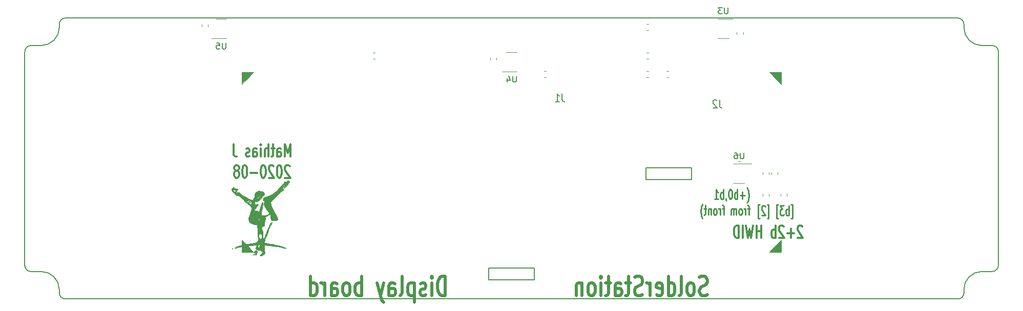
<source format=gbr>
%TF.GenerationSoftware,KiCad,Pcbnew,5.1.9-73d0e3b20d~88~ubuntu18.04.1*%
%TF.CreationDate,2021-01-03T17:57:53+01:00*%
%TF.ProjectId,ss_frontpanel_inner_plate,73735f66-726f-46e7-9470-616e656c5f69,rev?*%
%TF.SameCoordinates,Original*%
%TF.FileFunction,Legend,Bot*%
%TF.FilePolarity,Positive*%
%FSLAX46Y46*%
G04 Gerber Fmt 4.6, Leading zero omitted, Abs format (unit mm)*
G04 Created by KiCad (PCBNEW 5.1.9-73d0e3b20d~88~ubuntu18.04.1) date 2021-01-03 17:57:53*
%MOMM*%
%LPD*%
G01*
G04 APERTURE LIST*
%ADD10C,0.350000*%
%ADD11C,0.500000*%
%ADD12C,0.250000*%
%ADD13C,0.300000*%
%ADD14C,0.150000*%
%ADD15C,0.100000*%
%ADD16C,0.120000*%
%ADD17C,0.010000*%
%ADD18C,0.200000*%
G04 APERTURE END LIST*
D10*
X113483333Y-74200000D02*
X113483333Y-72100000D01*
X113016666Y-73600000D01*
X112550000Y-72100000D01*
X112550000Y-74200000D01*
X111283333Y-74200000D02*
X111283333Y-73100000D01*
X111350000Y-72900000D01*
X111483333Y-72800000D01*
X111750000Y-72800000D01*
X111883333Y-72900000D01*
X111283333Y-74100000D02*
X111416666Y-74200000D01*
X111750000Y-74200000D01*
X111883333Y-74100000D01*
X111950000Y-73900000D01*
X111950000Y-73700000D01*
X111883333Y-73500000D01*
X111750000Y-73400000D01*
X111416666Y-73400000D01*
X111283333Y-73300000D01*
X110816666Y-72800000D02*
X110283333Y-72800000D01*
X110616666Y-72100000D02*
X110616666Y-73900000D01*
X110550000Y-74100000D01*
X110416666Y-74200000D01*
X110283333Y-74200000D01*
X109816666Y-74200000D02*
X109816666Y-72100000D01*
X109216666Y-74200000D02*
X109216666Y-73100000D01*
X109283333Y-72900000D01*
X109416666Y-72800000D01*
X109616666Y-72800000D01*
X109750000Y-72900000D01*
X109816666Y-73000000D01*
X108550000Y-74200000D02*
X108550000Y-72800000D01*
X108550000Y-72100000D02*
X108616666Y-72200000D01*
X108550000Y-72300000D01*
X108483333Y-72200000D01*
X108550000Y-72100000D01*
X108550000Y-72300000D01*
X107283333Y-74200000D02*
X107283333Y-73100000D01*
X107350000Y-72900000D01*
X107483333Y-72800000D01*
X107750000Y-72800000D01*
X107883333Y-72900000D01*
X107283333Y-74100000D02*
X107416666Y-74200000D01*
X107750000Y-74200000D01*
X107883333Y-74100000D01*
X107950000Y-73900000D01*
X107950000Y-73700000D01*
X107883333Y-73500000D01*
X107750000Y-73400000D01*
X107416666Y-73400000D01*
X107283333Y-73300000D01*
X106683333Y-74100000D02*
X106550000Y-74200000D01*
X106283333Y-74200000D01*
X106150000Y-74100000D01*
X106083333Y-73900000D01*
X106083333Y-73800000D01*
X106150000Y-73600000D01*
X106283333Y-73500000D01*
X106483333Y-73500000D01*
X106616666Y-73400000D01*
X106683333Y-73200000D01*
X106683333Y-73100000D01*
X106616666Y-72900000D01*
X106483333Y-72800000D01*
X106283333Y-72800000D01*
X106150000Y-72900000D01*
X104016666Y-72100000D02*
X104016666Y-73600000D01*
X104083333Y-73900000D01*
X104216666Y-74100000D01*
X104416666Y-74200000D01*
X104550000Y-74200000D01*
X113350000Y-75800000D02*
X113283333Y-75700000D01*
X113150000Y-75600000D01*
X112816666Y-75600000D01*
X112683333Y-75700000D01*
X112616666Y-75800000D01*
X112550000Y-76000000D01*
X112550000Y-76200000D01*
X112616666Y-76500000D01*
X113416666Y-77700000D01*
X112550000Y-77700000D01*
X111683333Y-75600000D02*
X111550000Y-75600000D01*
X111416666Y-75700000D01*
X111350000Y-75800000D01*
X111283333Y-76000000D01*
X111216666Y-76400000D01*
X111216666Y-76900000D01*
X111283333Y-77300000D01*
X111350000Y-77500000D01*
X111416666Y-77600000D01*
X111550000Y-77700000D01*
X111683333Y-77700000D01*
X111816666Y-77600000D01*
X111883333Y-77500000D01*
X111950000Y-77300000D01*
X112016666Y-76900000D01*
X112016666Y-76400000D01*
X111950000Y-76000000D01*
X111883333Y-75800000D01*
X111816666Y-75700000D01*
X111683333Y-75600000D01*
X110683333Y-75800000D02*
X110616666Y-75700000D01*
X110483333Y-75600000D01*
X110150000Y-75600000D01*
X110016666Y-75700000D01*
X109950000Y-75800000D01*
X109883333Y-76000000D01*
X109883333Y-76200000D01*
X109950000Y-76500000D01*
X110750000Y-77700000D01*
X109883333Y-77700000D01*
X109016666Y-75600000D02*
X108883333Y-75600000D01*
X108750000Y-75700000D01*
X108683333Y-75800000D01*
X108616666Y-76000000D01*
X108550000Y-76400000D01*
X108550000Y-76900000D01*
X108616666Y-77300000D01*
X108683333Y-77500000D01*
X108750000Y-77600000D01*
X108883333Y-77700000D01*
X109016666Y-77700000D01*
X109150000Y-77600000D01*
X109216666Y-77500000D01*
X109283333Y-77300000D01*
X109350000Y-76900000D01*
X109350000Y-76400000D01*
X109283333Y-76000000D01*
X109216666Y-75800000D01*
X109150000Y-75700000D01*
X109016666Y-75600000D01*
X107950000Y-76900000D02*
X106883333Y-76900000D01*
X105950000Y-75600000D02*
X105816666Y-75600000D01*
X105683333Y-75700000D01*
X105616666Y-75800000D01*
X105550000Y-76000000D01*
X105483333Y-76400000D01*
X105483333Y-76900000D01*
X105550000Y-77300000D01*
X105616666Y-77500000D01*
X105683333Y-77600000D01*
X105816666Y-77700000D01*
X105950000Y-77700000D01*
X106083333Y-77600000D01*
X106150000Y-77500000D01*
X106216666Y-77300000D01*
X106283333Y-76900000D01*
X106283333Y-76400000D01*
X106216666Y-76000000D01*
X106150000Y-75800000D01*
X106083333Y-75700000D01*
X105950000Y-75600000D01*
X104683333Y-76500000D02*
X104816666Y-76400000D01*
X104883333Y-76300000D01*
X104950000Y-76100000D01*
X104950000Y-76000000D01*
X104883333Y-75800000D01*
X104816666Y-75700000D01*
X104683333Y-75600000D01*
X104416666Y-75600000D01*
X104283333Y-75700000D01*
X104216666Y-75800000D01*
X104150000Y-76000000D01*
X104150000Y-76100000D01*
X104216666Y-76300000D01*
X104283333Y-76400000D01*
X104416666Y-76500000D01*
X104683333Y-76500000D01*
X104816666Y-76600000D01*
X104883333Y-76700000D01*
X104950000Y-76900000D01*
X104950000Y-77300000D01*
X104883333Y-77500000D01*
X104816666Y-77600000D01*
X104683333Y-77700000D01*
X104416666Y-77700000D01*
X104283333Y-77600000D01*
X104216666Y-77500000D01*
X104150000Y-77300000D01*
X104150000Y-76900000D01*
X104216666Y-76700000D01*
X104283333Y-76600000D01*
X104416666Y-76500000D01*
D11*
X182339285Y-97045238D02*
X182017857Y-97197619D01*
X181482142Y-97197619D01*
X181267857Y-97045238D01*
X181160714Y-96892857D01*
X181053571Y-96588095D01*
X181053571Y-96283333D01*
X181160714Y-95978571D01*
X181267857Y-95826190D01*
X181482142Y-95673809D01*
X181910714Y-95521428D01*
X182125000Y-95369047D01*
X182232142Y-95216666D01*
X182339285Y-94911904D01*
X182339285Y-94607142D01*
X182232142Y-94302380D01*
X182125000Y-94150000D01*
X181910714Y-93997619D01*
X181375000Y-93997619D01*
X181053571Y-94150000D01*
X179767857Y-97197619D02*
X179982142Y-97045238D01*
X180089285Y-96892857D01*
X180196428Y-96588095D01*
X180196428Y-95673809D01*
X180089285Y-95369047D01*
X179982142Y-95216666D01*
X179767857Y-95064285D01*
X179446428Y-95064285D01*
X179232142Y-95216666D01*
X179125000Y-95369047D01*
X179017857Y-95673809D01*
X179017857Y-96588095D01*
X179125000Y-96892857D01*
X179232142Y-97045238D01*
X179446428Y-97197619D01*
X179767857Y-97197619D01*
X177732142Y-97197619D02*
X177946428Y-97045238D01*
X178053571Y-96740476D01*
X178053571Y-93997619D01*
X175910714Y-97197619D02*
X175910714Y-93997619D01*
X175910714Y-97045238D02*
X176125000Y-97197619D01*
X176553571Y-97197619D01*
X176767857Y-97045238D01*
X176875000Y-96892857D01*
X176982142Y-96588095D01*
X176982142Y-95673809D01*
X176875000Y-95369047D01*
X176767857Y-95216666D01*
X176553571Y-95064285D01*
X176125000Y-95064285D01*
X175910714Y-95216666D01*
X173982142Y-97045238D02*
X174196428Y-97197619D01*
X174625000Y-97197619D01*
X174839285Y-97045238D01*
X174946428Y-96740476D01*
X174946428Y-95521428D01*
X174839285Y-95216666D01*
X174625000Y-95064285D01*
X174196428Y-95064285D01*
X173982142Y-95216666D01*
X173875000Y-95521428D01*
X173875000Y-95826190D01*
X174946428Y-96130952D01*
X172910714Y-97197619D02*
X172910714Y-95064285D01*
X172910714Y-95673809D02*
X172803571Y-95369047D01*
X172696428Y-95216666D01*
X172482142Y-95064285D01*
X172267857Y-95064285D01*
X171625000Y-97045238D02*
X171303571Y-97197619D01*
X170767857Y-97197619D01*
X170553571Y-97045238D01*
X170446428Y-96892857D01*
X170339285Y-96588095D01*
X170339285Y-96283333D01*
X170446428Y-95978571D01*
X170553571Y-95826190D01*
X170767857Y-95673809D01*
X171196428Y-95521428D01*
X171410714Y-95369047D01*
X171517857Y-95216666D01*
X171625000Y-94911904D01*
X171625000Y-94607142D01*
X171517857Y-94302380D01*
X171410714Y-94150000D01*
X171196428Y-93997619D01*
X170660714Y-93997619D01*
X170339285Y-94150000D01*
X169696428Y-95064285D02*
X168839285Y-95064285D01*
X169375000Y-93997619D02*
X169375000Y-96740476D01*
X169267857Y-97045238D01*
X169053571Y-97197619D01*
X168839285Y-97197619D01*
X167125000Y-97197619D02*
X167125000Y-95521428D01*
X167232142Y-95216666D01*
X167446428Y-95064285D01*
X167875000Y-95064285D01*
X168089285Y-95216666D01*
X167125000Y-97045238D02*
X167339285Y-97197619D01*
X167875000Y-97197619D01*
X168089285Y-97045238D01*
X168196428Y-96740476D01*
X168196428Y-96435714D01*
X168089285Y-96130952D01*
X167875000Y-95978571D01*
X167339285Y-95978571D01*
X167125000Y-95826190D01*
X166375000Y-95064285D02*
X165517857Y-95064285D01*
X166053571Y-93997619D02*
X166053571Y-96740476D01*
X165946428Y-97045238D01*
X165732142Y-97197619D01*
X165517857Y-97197619D01*
X164767857Y-97197619D02*
X164767857Y-95064285D01*
X164767857Y-93997619D02*
X164875000Y-94150000D01*
X164767857Y-94302380D01*
X164660714Y-94150000D01*
X164767857Y-93997619D01*
X164767857Y-94302380D01*
X163375000Y-97197619D02*
X163589285Y-97045238D01*
X163696428Y-96892857D01*
X163803571Y-96588095D01*
X163803571Y-95673809D01*
X163696428Y-95369047D01*
X163589285Y-95216666D01*
X163375000Y-95064285D01*
X163053571Y-95064285D01*
X162839285Y-95216666D01*
X162732142Y-95369047D01*
X162625000Y-95673809D01*
X162625000Y-96588095D01*
X162732142Y-96892857D01*
X162839285Y-97045238D01*
X163053571Y-97197619D01*
X163375000Y-97197619D01*
X161660714Y-95064285D02*
X161660714Y-97197619D01*
X161660714Y-95369047D02*
X161553571Y-95216666D01*
X161339285Y-95064285D01*
X161017857Y-95064285D01*
X160803571Y-95216666D01*
X160696428Y-95521428D01*
X160696428Y-97197619D01*
X139053571Y-97197619D02*
X139053571Y-93997619D01*
X138517857Y-93997619D01*
X138196428Y-94150000D01*
X137982142Y-94454761D01*
X137875000Y-94759523D01*
X137767857Y-95369047D01*
X137767857Y-95826190D01*
X137875000Y-96435714D01*
X137982142Y-96740476D01*
X138196428Y-97045238D01*
X138517857Y-97197619D01*
X139053571Y-97197619D01*
X136803571Y-97197619D02*
X136803571Y-95064285D01*
X136803571Y-93997619D02*
X136910714Y-94150000D01*
X136803571Y-94302380D01*
X136696428Y-94150000D01*
X136803571Y-93997619D01*
X136803571Y-94302380D01*
X135839285Y-97045238D02*
X135625000Y-97197619D01*
X135196428Y-97197619D01*
X134982142Y-97045238D01*
X134875000Y-96740476D01*
X134875000Y-96588095D01*
X134982142Y-96283333D01*
X135196428Y-96130952D01*
X135517857Y-96130952D01*
X135732142Y-95978571D01*
X135839285Y-95673809D01*
X135839285Y-95521428D01*
X135732142Y-95216666D01*
X135517857Y-95064285D01*
X135196428Y-95064285D01*
X134982142Y-95216666D01*
X133910714Y-95064285D02*
X133910714Y-98264285D01*
X133910714Y-95216666D02*
X133696428Y-95064285D01*
X133267857Y-95064285D01*
X133053571Y-95216666D01*
X132946428Y-95369047D01*
X132839285Y-95673809D01*
X132839285Y-96588095D01*
X132946428Y-96892857D01*
X133053571Y-97045238D01*
X133267857Y-97197619D01*
X133696428Y-97197619D01*
X133910714Y-97045238D01*
X131553571Y-97197619D02*
X131767857Y-97045238D01*
X131875000Y-96740476D01*
X131875000Y-93997619D01*
X129732142Y-97197619D02*
X129732142Y-95521428D01*
X129839285Y-95216666D01*
X130053571Y-95064285D01*
X130482142Y-95064285D01*
X130696428Y-95216666D01*
X129732142Y-97045238D02*
X129946428Y-97197619D01*
X130482142Y-97197619D01*
X130696428Y-97045238D01*
X130803571Y-96740476D01*
X130803571Y-96435714D01*
X130696428Y-96130952D01*
X130482142Y-95978571D01*
X129946428Y-95978571D01*
X129732142Y-95826190D01*
X128875000Y-95064285D02*
X128339285Y-97197619D01*
X127803571Y-95064285D02*
X128339285Y-97197619D01*
X128553571Y-97959523D01*
X128660714Y-98111904D01*
X128875000Y-98264285D01*
X125232142Y-97197619D02*
X125232142Y-93997619D01*
X125232142Y-95216666D02*
X125017857Y-95064285D01*
X124589285Y-95064285D01*
X124375000Y-95216666D01*
X124267857Y-95369047D01*
X124160714Y-95673809D01*
X124160714Y-96588095D01*
X124267857Y-96892857D01*
X124375000Y-97045238D01*
X124589285Y-97197619D01*
X125017857Y-97197619D01*
X125232142Y-97045238D01*
X122875000Y-97197619D02*
X123089285Y-97045238D01*
X123196428Y-96892857D01*
X123303571Y-96588095D01*
X123303571Y-95673809D01*
X123196428Y-95369047D01*
X123089285Y-95216666D01*
X122875000Y-95064285D01*
X122553571Y-95064285D01*
X122339285Y-95216666D01*
X122232142Y-95369047D01*
X122125000Y-95673809D01*
X122125000Y-96588095D01*
X122232142Y-96892857D01*
X122339285Y-97045238D01*
X122553571Y-97197619D01*
X122875000Y-97197619D01*
X120196428Y-97197619D02*
X120196428Y-95521428D01*
X120303571Y-95216666D01*
X120517857Y-95064285D01*
X120946428Y-95064285D01*
X121160714Y-95216666D01*
X120196428Y-97045238D02*
X120410714Y-97197619D01*
X120946428Y-97197619D01*
X121160714Y-97045238D01*
X121267857Y-96740476D01*
X121267857Y-96435714D01*
X121160714Y-96130952D01*
X120946428Y-95978571D01*
X120410714Y-95978571D01*
X120196428Y-95826190D01*
X119125000Y-97197619D02*
X119125000Y-95064285D01*
X119125000Y-95673809D02*
X119017857Y-95369047D01*
X118910714Y-95216666D01*
X118696428Y-95064285D01*
X118482142Y-95064285D01*
X116767857Y-97197619D02*
X116767857Y-93997619D01*
X116767857Y-97045238D02*
X116982142Y-97197619D01*
X117410714Y-97197619D01*
X117625000Y-97045238D01*
X117732142Y-96892857D01*
X117839285Y-96588095D01*
X117839285Y-95673809D01*
X117732142Y-95369047D01*
X117625000Y-95216666D01*
X117410714Y-95064285D01*
X116982142Y-95064285D01*
X116767857Y-95216666D01*
D12*
X188923809Y-81808333D02*
X188971428Y-81732142D01*
X189066666Y-81503571D01*
X189114285Y-81351190D01*
X189161904Y-81122619D01*
X189209523Y-80741666D01*
X189209523Y-80436904D01*
X189161904Y-80055952D01*
X189114285Y-79827380D01*
X189066666Y-79675000D01*
X188971428Y-79446428D01*
X188923809Y-79370238D01*
X188542857Y-80589285D02*
X187780952Y-80589285D01*
X188161904Y-81198809D02*
X188161904Y-79979761D01*
X187304761Y-81198809D02*
X187304761Y-79598809D01*
X187304761Y-80208333D02*
X187209523Y-80132142D01*
X187019047Y-80132142D01*
X186923809Y-80208333D01*
X186876190Y-80284523D01*
X186828571Y-80436904D01*
X186828571Y-80894047D01*
X186876190Y-81046428D01*
X186923809Y-81122619D01*
X187019047Y-81198809D01*
X187209523Y-81198809D01*
X187304761Y-81122619D01*
X186209523Y-79598809D02*
X186114285Y-79598809D01*
X186019047Y-79675000D01*
X185971428Y-79751190D01*
X185923809Y-79903571D01*
X185876190Y-80208333D01*
X185876190Y-80589285D01*
X185923809Y-80894047D01*
X185971428Y-81046428D01*
X186019047Y-81122619D01*
X186114285Y-81198809D01*
X186209523Y-81198809D01*
X186304761Y-81122619D01*
X186352380Y-81046428D01*
X186400000Y-80894047D01*
X186447619Y-80589285D01*
X186447619Y-80208333D01*
X186400000Y-79903571D01*
X186352380Y-79751190D01*
X186304761Y-79675000D01*
X186209523Y-79598809D01*
X185400000Y-81122619D02*
X185400000Y-81198809D01*
X185447619Y-81351190D01*
X185495238Y-81427380D01*
X184971428Y-81198809D02*
X184971428Y-79598809D01*
X184971428Y-80208333D02*
X184876190Y-80132142D01*
X184685714Y-80132142D01*
X184590476Y-80208333D01*
X184542857Y-80284523D01*
X184495238Y-80436904D01*
X184495238Y-80894047D01*
X184542857Y-81046428D01*
X184590476Y-81122619D01*
X184685714Y-81198809D01*
X184876190Y-81198809D01*
X184971428Y-81122619D01*
X183542857Y-81198809D02*
X184114285Y-81198809D01*
X183828571Y-81198809D02*
X183828571Y-79598809D01*
X183923809Y-79827380D01*
X184019047Y-79979761D01*
X184114285Y-80055952D01*
X189376190Y-82782142D02*
X188995238Y-82782142D01*
X189233333Y-83848809D02*
X189233333Y-82477380D01*
X189185714Y-82325000D01*
X189090476Y-82248809D01*
X188995238Y-82248809D01*
X188661904Y-83848809D02*
X188661904Y-82782142D01*
X188661904Y-83086904D02*
X188614285Y-82934523D01*
X188566666Y-82858333D01*
X188471428Y-82782142D01*
X188376190Y-82782142D01*
X187900000Y-83848809D02*
X187995238Y-83772619D01*
X188042857Y-83696428D01*
X188090476Y-83544047D01*
X188090476Y-83086904D01*
X188042857Y-82934523D01*
X187995238Y-82858333D01*
X187900000Y-82782142D01*
X187757142Y-82782142D01*
X187661904Y-82858333D01*
X187614285Y-82934523D01*
X187566666Y-83086904D01*
X187566666Y-83544047D01*
X187614285Y-83696428D01*
X187661904Y-83772619D01*
X187757142Y-83848809D01*
X187900000Y-83848809D01*
X187138095Y-83848809D02*
X187138095Y-82782142D01*
X187138095Y-82934523D02*
X187090476Y-82858333D01*
X186995238Y-82782142D01*
X186852380Y-82782142D01*
X186757142Y-82858333D01*
X186709523Y-83010714D01*
X186709523Y-83848809D01*
X186709523Y-83010714D02*
X186661904Y-82858333D01*
X186566666Y-82782142D01*
X186423809Y-82782142D01*
X186328571Y-82858333D01*
X186280952Y-83010714D01*
X186280952Y-83848809D01*
X185185714Y-82782142D02*
X184804761Y-82782142D01*
X185042857Y-83848809D02*
X185042857Y-82477380D01*
X184995238Y-82325000D01*
X184900000Y-82248809D01*
X184804761Y-82248809D01*
X184471428Y-83848809D02*
X184471428Y-82782142D01*
X184471428Y-83086904D02*
X184423809Y-82934523D01*
X184376190Y-82858333D01*
X184280952Y-82782142D01*
X184185714Y-82782142D01*
X183709523Y-83848809D02*
X183804761Y-83772619D01*
X183852380Y-83696428D01*
X183900000Y-83544047D01*
X183900000Y-83086904D01*
X183852380Y-82934523D01*
X183804761Y-82858333D01*
X183709523Y-82782142D01*
X183566666Y-82782142D01*
X183471428Y-82858333D01*
X183423809Y-82934523D01*
X183376190Y-83086904D01*
X183376190Y-83544047D01*
X183423809Y-83696428D01*
X183471428Y-83772619D01*
X183566666Y-83848809D01*
X183709523Y-83848809D01*
X182947619Y-82782142D02*
X182947619Y-83848809D01*
X182947619Y-82934523D02*
X182900000Y-82858333D01*
X182804761Y-82782142D01*
X182661904Y-82782142D01*
X182566666Y-82858333D01*
X182519047Y-83010714D01*
X182519047Y-83848809D01*
X182185714Y-82782142D02*
X181804761Y-82782142D01*
X182042857Y-82248809D02*
X182042857Y-83620238D01*
X181995238Y-83772619D01*
X181900000Y-83848809D01*
X181804761Y-83848809D01*
X181566666Y-84458333D02*
X181519047Y-84382142D01*
X181423809Y-84153571D01*
X181376190Y-84001190D01*
X181328571Y-83772619D01*
X181280952Y-83391666D01*
X181280952Y-83086904D01*
X181328571Y-82705952D01*
X181376190Y-82477380D01*
X181423809Y-82325000D01*
X181519047Y-82096428D01*
X181566666Y-82020238D01*
X196195238Y-84457142D02*
X196433333Y-84457142D01*
X196433333Y-82171428D01*
X196195238Y-82171428D01*
X195814285Y-83923809D02*
X195814285Y-82323809D01*
X195814285Y-82933333D02*
X195719047Y-82857142D01*
X195528571Y-82857142D01*
X195433333Y-82933333D01*
X195385714Y-83009523D01*
X195338095Y-83161904D01*
X195338095Y-83619047D01*
X195385714Y-83771428D01*
X195433333Y-83847619D01*
X195528571Y-83923809D01*
X195719047Y-83923809D01*
X195814285Y-83847619D01*
X195004761Y-82323809D02*
X194385714Y-82323809D01*
X194719047Y-82933333D01*
X194576190Y-82933333D01*
X194480952Y-83009523D01*
X194433333Y-83085714D01*
X194385714Y-83238095D01*
X194385714Y-83619047D01*
X194433333Y-83771428D01*
X194480952Y-83847619D01*
X194576190Y-83923809D01*
X194861904Y-83923809D01*
X194957142Y-83847619D01*
X195004761Y-83771428D01*
X194052380Y-84457142D02*
X193814285Y-84457142D01*
X193814285Y-82171428D01*
X194052380Y-82171428D01*
X192242857Y-84457142D02*
X192480952Y-84457142D01*
X192480952Y-82171428D01*
X192242857Y-82171428D01*
X191909523Y-82476190D02*
X191861904Y-82400000D01*
X191766666Y-82323809D01*
X191528571Y-82323809D01*
X191433333Y-82400000D01*
X191385714Y-82476190D01*
X191338095Y-82628571D01*
X191338095Y-82780952D01*
X191385714Y-83009523D01*
X191957142Y-83923809D01*
X191338095Y-83923809D01*
X191004761Y-84457142D02*
X190766666Y-84457142D01*
X190766666Y-82171428D01*
X191004761Y-82171428D01*
D13*
X198066666Y-85795238D02*
X198000000Y-85700000D01*
X197866666Y-85604761D01*
X197533333Y-85604761D01*
X197400000Y-85700000D01*
X197333333Y-85795238D01*
X197266666Y-85985714D01*
X197266666Y-86176190D01*
X197333333Y-86461904D01*
X198133333Y-87604761D01*
X197266666Y-87604761D01*
X196666666Y-86842857D02*
X195600000Y-86842857D01*
X196133333Y-87604761D02*
X196133333Y-86080952D01*
X195000000Y-85795238D02*
X194933333Y-85700000D01*
X194800000Y-85604761D01*
X194466666Y-85604761D01*
X194333333Y-85700000D01*
X194266666Y-85795238D01*
X194200000Y-85985714D01*
X194200000Y-86176190D01*
X194266666Y-86461904D01*
X195066666Y-87604761D01*
X194200000Y-87604761D01*
X193600000Y-87604761D02*
X193600000Y-85604761D01*
X193600000Y-86366666D02*
X193466666Y-86271428D01*
X193200000Y-86271428D01*
X193066666Y-86366666D01*
X193000000Y-86461904D01*
X192933333Y-86652380D01*
X192933333Y-87223809D01*
X193000000Y-87414285D01*
X193066666Y-87509523D01*
X193200000Y-87604761D01*
X193466666Y-87604761D01*
X193600000Y-87509523D01*
X191266666Y-87604761D02*
X191266666Y-85604761D01*
X191266666Y-86557142D02*
X190466666Y-86557142D01*
X190466666Y-87604761D02*
X190466666Y-85604761D01*
X189933333Y-85604761D02*
X189600000Y-87604761D01*
X189333333Y-86176190D01*
X189066666Y-87604761D01*
X188733333Y-85604761D01*
X188200000Y-87604761D02*
X188200000Y-85604761D01*
X187533333Y-87604761D02*
X187533333Y-85604761D01*
X187200000Y-85604761D01*
X187000000Y-85700000D01*
X186866666Y-85890476D01*
X186800000Y-86080952D01*
X186733333Y-86461904D01*
X186733333Y-86747619D01*
X186800000Y-87128571D01*
X186866666Y-87319047D01*
X187000000Y-87509523D01*
X187200000Y-87604761D01*
X187533333Y-87604761D01*
D14*
X75250000Y-52800000D02*
G75*
G02*
X72250000Y-55800000I-3000000J0D01*
G01*
X152750000Y-97750000D02*
X223750000Y-97750000D01*
X69550000Y-56800000D02*
G75*
G02*
X70550000Y-55800000I1000000J0D01*
G01*
X76250000Y-97750001D02*
X147250000Y-97750000D01*
X224750000Y-52800000D02*
X224750000Y-52250000D01*
X229450000Y-55800000D02*
X227750000Y-55800000D01*
X147250001Y-51250001D02*
X76250000Y-51250000D01*
X227750000Y-93200000D02*
X229450000Y-93200000D01*
X76250000Y-97750001D02*
G75*
G02*
X75250000Y-96750001I0J1000000D01*
G01*
X75250000Y-52250000D02*
G75*
G02*
X76250000Y-51250000I1000000J0D01*
G01*
X223750000Y-51250000D02*
X152750000Y-51250001D01*
X69550000Y-56800000D02*
X69550000Y-92200000D01*
X224750000Y-96200000D02*
G75*
G02*
X227750000Y-93200000I3000000J0D01*
G01*
X227750000Y-55800000D02*
G75*
G02*
X224750000Y-52800000I0J3000000D01*
G01*
X70550000Y-93200000D02*
G75*
G02*
X69550000Y-92200000I0J1000000D01*
G01*
X75250000Y-96200001D02*
X75250000Y-96750001D01*
X230450000Y-92200000D02*
X230450000Y-56800000D01*
X224750000Y-96750000D02*
X224750000Y-96200001D01*
X230450000Y-92200000D02*
G75*
G02*
X229450000Y-93200000I-1000000J0D01*
G01*
X152750000Y-51250001D02*
X147250001Y-51250001D01*
X223750000Y-51250000D02*
G75*
G02*
X224750000Y-52250000I0J-1000000D01*
G01*
X75250000Y-52250000D02*
X75250000Y-52800000D01*
X224750000Y-96750000D02*
G75*
G02*
X223750000Y-97750000I-1000000J0D01*
G01*
X72250000Y-55800000D02*
X70550000Y-55800000D01*
X72250000Y-93200001D02*
G75*
G02*
X75250000Y-96200001I0J-3000000D01*
G01*
X70550000Y-93200000D02*
X72250000Y-93200000D01*
X229450000Y-55800000D02*
G75*
G02*
X230450000Y-56800000I0J-1000000D01*
G01*
X147250000Y-97750000D02*
X152750000Y-97750000D01*
D15*
%TO.C,OLED1*%
G36*
X192600000Y-90000000D02*
G01*
X194600000Y-90000000D01*
X194600000Y-88000000D01*
X192600000Y-90000000D01*
G37*
X192600000Y-90000000D02*
X194600000Y-90000000D01*
X194600000Y-88000000D01*
X192600000Y-90000000D01*
G36*
X194600000Y-62200000D02*
G01*
X194600000Y-60200000D01*
X192600000Y-60200000D01*
X194600000Y-62200000D01*
G37*
X194600000Y-62200000D02*
X194600000Y-60200000D01*
X192600000Y-60200000D01*
X194600000Y-62200000D01*
G36*
X107400000Y-60200000D02*
G01*
X105400000Y-60200000D01*
X105400000Y-62200000D01*
X107400000Y-60200000D01*
G37*
X107400000Y-60200000D02*
X105400000Y-60200000D01*
X105400000Y-62200000D01*
X107400000Y-60200000D01*
G36*
X105400000Y-88000000D02*
G01*
X105400000Y-90000000D01*
X107400000Y-90000000D01*
X105400000Y-88000000D01*
G37*
X105400000Y-88000000D02*
X105400000Y-90000000D01*
X107400000Y-90000000D01*
X105400000Y-88000000D01*
D16*
%TO.C,C13*%
X187437221Y-74910000D02*
X187762779Y-74910000D01*
X187437221Y-73890000D02*
X187762779Y-73890000D01*
%TO.C,U6*%
X188500000Y-78610000D02*
X186700000Y-78610000D01*
X186700000Y-75390000D02*
X189650000Y-75390000D01*
D17*
%TO.C,Logo4*%
G36*
X106633773Y-81650487D02*
G01*
X106706241Y-81743866D01*
X106813023Y-81824123D01*
X106786376Y-81696866D01*
X106777335Y-81672772D01*
X106676727Y-81517255D01*
X106619528Y-81516139D01*
X106633773Y-81650487D01*
G37*
X106633773Y-81650487D02*
X106706241Y-81743866D01*
X106813023Y-81824123D01*
X106786376Y-81696866D01*
X106777335Y-81672772D01*
X106676727Y-81517255D01*
X106619528Y-81516139D01*
X106633773Y-81650487D01*
G36*
X103801000Y-89393500D02*
G01*
X103864500Y-89457000D01*
X103928000Y-89393500D01*
X103864500Y-89330000D01*
X103801000Y-89393500D01*
G37*
X103801000Y-89393500D02*
X103864500Y-89457000D01*
X103928000Y-89393500D01*
X103864500Y-89330000D01*
X103801000Y-89393500D01*
G36*
X107542288Y-89799403D02*
G01*
X107503760Y-89853554D01*
X107420313Y-90055201D01*
X107531553Y-90165816D01*
X107576374Y-90184285D01*
X107705370Y-90256219D01*
X107615335Y-90319474D01*
X107484000Y-90359243D01*
X107166500Y-90447681D01*
X107515750Y-90460340D01*
X107776691Y-90419426D01*
X107874717Y-90314250D01*
X107906842Y-90050345D01*
X107925691Y-89942030D01*
X107891150Y-89727236D01*
X107734141Y-89673569D01*
X107542288Y-89799403D01*
G37*
X107542288Y-89799403D02*
X107503760Y-89853554D01*
X107420313Y-90055201D01*
X107531553Y-90165816D01*
X107576374Y-90184285D01*
X107705370Y-90256219D01*
X107615335Y-90319474D01*
X107484000Y-90359243D01*
X107166500Y-90447681D01*
X107515750Y-90460340D01*
X107776691Y-90419426D01*
X107874717Y-90314250D01*
X107906842Y-90050345D01*
X107925691Y-89942030D01*
X107891150Y-89727236D01*
X107734141Y-89673569D01*
X107542288Y-89799403D01*
G36*
X112892692Y-78265609D02*
G01*
X112876150Y-78289658D01*
X112702665Y-78373218D01*
X112614654Y-78357143D01*
X112458754Y-78353207D01*
X112437001Y-78396040D01*
X112350862Y-78551178D01*
X112122797Y-78830781D01*
X111798332Y-79187914D01*
X111422994Y-79575644D01*
X111042309Y-79947038D01*
X110701805Y-80255161D01*
X110447008Y-80453080D01*
X110433087Y-80461886D01*
X110043944Y-80644533D01*
X109654596Y-80744171D01*
X109622433Y-80747103D01*
X109334526Y-80825678D01*
X109089762Y-80986209D01*
X108926801Y-81177508D01*
X108884303Y-81348384D01*
X109000927Y-81447648D01*
X109087051Y-81456000D01*
X109221735Y-81489928D01*
X109148852Y-81629648D01*
X109136369Y-81644850D01*
X109037181Y-81942974D01*
X109147538Y-82354270D01*
X109470344Y-82887901D01*
X109575011Y-83028989D01*
X109797360Y-83347227D01*
X109919965Y-83577614D01*
X109924293Y-83657082D01*
X109617949Y-83785112D01*
X109239179Y-83887412D01*
X108897543Y-83939322D01*
X108723131Y-83927447D01*
X108621535Y-83859994D01*
X108593858Y-83742000D01*
X108246000Y-83742000D01*
X108199533Y-83846535D01*
X108161334Y-83826666D01*
X108146134Y-83675947D01*
X108161334Y-83657333D01*
X108236835Y-83674766D01*
X108246000Y-83742000D01*
X108593858Y-83742000D01*
X108589108Y-83721752D01*
X108624882Y-83451755D01*
X108709488Y-83067571D01*
X108802087Y-82584168D01*
X108852917Y-82142499D01*
X108854493Y-81901325D01*
X108826324Y-81701550D01*
X108783423Y-81682658D01*
X108703808Y-81867047D01*
X108606024Y-82154500D01*
X108464964Y-82604187D01*
X108347548Y-83019575D01*
X108310833Y-83168704D01*
X108242590Y-83412807D01*
X108174135Y-83433822D01*
X108096773Y-83316771D01*
X107912280Y-83152223D01*
X107645556Y-83166416D01*
X107479392Y-83199794D01*
X107427255Y-83162479D01*
X107499889Y-83013642D01*
X107708036Y-82712453D01*
X107798031Y-82586952D01*
X107961760Y-82345000D01*
X107230000Y-82345000D01*
X107183533Y-82449535D01*
X107145334Y-82429666D01*
X107130134Y-82278947D01*
X107145334Y-82260333D01*
X107220835Y-82277766D01*
X107230000Y-82345000D01*
X107961760Y-82345000D01*
X108041699Y-82226870D01*
X108126810Y-82040607D01*
X108061027Y-82009923D01*
X108036936Y-82018262D01*
X107729044Y-82115054D01*
X107576784Y-82072655D01*
X107541371Y-81964000D01*
X107357000Y-81964000D01*
X107310533Y-82068535D01*
X107272334Y-82048666D01*
X107263500Y-81961070D01*
X106992684Y-81961070D01*
X106863661Y-82028213D01*
X106777295Y-82006777D01*
X106614403Y-81881620D01*
X106595000Y-81823412D01*
X106488842Y-81730312D01*
X106348496Y-81710000D01*
X106105854Y-81652386D01*
X106024400Y-81584454D01*
X106045474Y-81513598D01*
X106156722Y-81539460D01*
X106390493Y-81524012D01*
X106475134Y-81444457D01*
X106587127Y-81350386D01*
X106744447Y-81445374D01*
X106821237Y-81523941D01*
X106980583Y-81770559D01*
X106992684Y-81961070D01*
X107263500Y-81961070D01*
X107257134Y-81897947D01*
X107272334Y-81879333D01*
X107347835Y-81896766D01*
X107357000Y-81964000D01*
X107541371Y-81964000D01*
X107510411Y-81869010D01*
X107507590Y-81850873D01*
X107510915Y-81634064D01*
X107635433Y-81614227D01*
X107650446Y-81619695D01*
X107870433Y-81589916D01*
X108188573Y-81421582D01*
X108534041Y-81165774D01*
X108836008Y-80873574D01*
X108999183Y-80646975D01*
X109020082Y-80580151D01*
X108609945Y-80580151D01*
X108585979Y-80649284D01*
X108504410Y-80750914D01*
X108235291Y-80984540D01*
X108059910Y-81081156D01*
X107795118Y-81176506D01*
X107749878Y-81153565D01*
X107916468Y-81007456D01*
X107928500Y-80998155D01*
X108240060Y-80781858D01*
X108436500Y-80663901D01*
X108609945Y-80580151D01*
X109020082Y-80580151D01*
X109111730Y-80287120D01*
X108997319Y-80039066D01*
X108650913Y-79892483D01*
X108628941Y-79887938D01*
X108210844Y-79881502D01*
X107836350Y-80004080D01*
X107576104Y-80218685D01*
X107499577Y-80479206D01*
X107486352Y-80830855D01*
X107390216Y-81139223D01*
X107244132Y-81314111D01*
X107189692Y-81327151D01*
X106803886Y-81249882D01*
X106317844Y-81055540D01*
X105826920Y-80789101D01*
X105426469Y-80495541D01*
X105426312Y-80495400D01*
X105107997Y-80222403D01*
X104923529Y-80222403D01*
X104892628Y-80293377D01*
X104764752Y-80429717D01*
X104691237Y-80401749D01*
X104690000Y-80383995D01*
X104780206Y-80276576D01*
X104836623Y-80237372D01*
X104923529Y-80222403D01*
X105107997Y-80222403D01*
X105094275Y-80210635D01*
X104880916Y-80085454D01*
X104726419Y-80098732D01*
X104597202Y-80202598D01*
X104488003Y-80266621D01*
X104483459Y-80142774D01*
X104559935Y-79910371D01*
X104601658Y-79851009D01*
X104642664Y-79765627D01*
X104415142Y-79765627D01*
X104387442Y-79935333D01*
X104360084Y-79965582D01*
X104185744Y-80000318D01*
X104016436Y-79884301D01*
X103970334Y-79753459D01*
X104067220Y-79638426D01*
X104203167Y-79646737D01*
X104415142Y-79765627D01*
X104642664Y-79765627D01*
X104692810Y-79661216D01*
X104650611Y-79497841D01*
X104503176Y-79468516D01*
X104266626Y-79449079D01*
X104142773Y-79366629D01*
X103930954Y-79260112D01*
X103773990Y-79387756D01*
X103706690Y-79649400D01*
X103774452Y-79925968D01*
X103992440Y-80082535D01*
X104226342Y-80244897D01*
X104309000Y-80396885D01*
X104412257Y-80556594D01*
X104499500Y-80582875D01*
X104746426Y-80607341D01*
X104804927Y-80614625D01*
X104979706Y-80716104D01*
X105273048Y-80963518D01*
X105635452Y-81312355D01*
X105954045Y-81647917D01*
X106249113Y-81913980D01*
X106541331Y-82094422D01*
X106557295Y-82100806D01*
X106781441Y-82252263D01*
X106849000Y-82394773D01*
X106929895Y-82588289D01*
X106987004Y-82623834D01*
X107030678Y-82768267D01*
X106953043Y-83125036D01*
X106852072Y-83428167D01*
X106656402Y-83985705D01*
X106546185Y-84363451D01*
X106516782Y-84619103D01*
X106563554Y-84810353D01*
X106681863Y-84994898D01*
X106721941Y-85046579D01*
X106987199Y-85294464D01*
X107324100Y-85387011D01*
X107493218Y-85393000D01*
X107992000Y-85393000D01*
X107993945Y-86440750D01*
X108007328Y-86948303D01*
X108041154Y-87367394D01*
X108088874Y-87625347D01*
X108103668Y-87658540D01*
X108149114Y-87934994D01*
X108010415Y-88220431D01*
X107741151Y-88434378D01*
X107547500Y-88493826D01*
X106393061Y-88675395D01*
X105492235Y-88853360D01*
X104845200Y-89027686D01*
X104838153Y-89030031D01*
X104388416Y-89193140D01*
X104183392Y-89295394D01*
X104219661Y-89330207D01*
X104493803Y-89290993D01*
X104922169Y-89191780D01*
X105506163Y-89067248D01*
X106194355Y-88954791D01*
X106834254Y-88879115D01*
X107871396Y-88788644D01*
X107745222Y-89120507D01*
X107683838Y-89383345D01*
X107785036Y-89536364D01*
X107859824Y-89581229D01*
X108145306Y-89654070D01*
X108300300Y-89633456D01*
X108468953Y-89634273D01*
X108500000Y-89697412D01*
X108602644Y-89822053D01*
X108690500Y-89838000D01*
X108863116Y-89895140D01*
X108819151Y-90046677D01*
X108627000Y-90219000D01*
X108431997Y-90395278D01*
X108373000Y-90501036D01*
X108470159Y-90589922D01*
X108700671Y-90573550D01*
X108973091Y-90464904D01*
X109068332Y-90402310D01*
X109238841Y-90203252D01*
X109195332Y-89993599D01*
X109123768Y-89726374D01*
X109107508Y-89351593D01*
X109111845Y-89282687D01*
X109146571Y-88859353D01*
X108345662Y-88859353D01*
X108317735Y-89150771D01*
X108311519Y-89176673D01*
X108238237Y-89396711D01*
X108162902Y-89391625D01*
X108109015Y-89307646D01*
X108057145Y-89019606D01*
X108098038Y-88811478D01*
X108206762Y-88640010D01*
X108298987Y-88672534D01*
X108345662Y-88859353D01*
X109146571Y-88859353D01*
X109152189Y-88790874D01*
X110018906Y-88876278D01*
X110602606Y-88953237D01*
X111278887Y-89070682D01*
X111862228Y-89194357D01*
X112300719Y-89291296D01*
X112609391Y-89344801D01*
X112737875Y-89346712D01*
X112733167Y-89335486D01*
X112502370Y-89214963D01*
X112090711Y-89069207D01*
X111567461Y-88917129D01*
X111001893Y-88777639D01*
X110463279Y-88669647D01*
X110112314Y-88620041D01*
X109664053Y-88563143D01*
X109310676Y-88498322D01*
X109141906Y-88445267D01*
X109127262Y-88393050D01*
X108754000Y-88393050D01*
X108692223Y-88431064D01*
X108571080Y-88314000D01*
X108246000Y-88314000D01*
X108199533Y-88418535D01*
X108161334Y-88398666D01*
X108146134Y-88247947D01*
X108161334Y-88229333D01*
X108236835Y-88246766D01*
X108246000Y-88314000D01*
X108571080Y-88314000D01*
X108523393Y-88267920D01*
X108483801Y-88218750D01*
X108373965Y-88068319D01*
X108439732Y-88099855D01*
X108531750Y-88170800D01*
X108707640Y-88327467D01*
X108754000Y-88393050D01*
X109127262Y-88393050D01*
X109102948Y-88306360D01*
X109183552Y-87995520D01*
X109389497Y-87492072D01*
X109439153Y-87381970D01*
X109633572Y-86941359D01*
X109769960Y-86604766D01*
X109827377Y-86425112D01*
X109824136Y-86409000D01*
X109843985Y-86307240D01*
X109956026Y-86044274D01*
X110085361Y-85778221D01*
X110297727Y-85341923D01*
X110387899Y-85103789D01*
X110360488Y-85041903D01*
X110220997Y-85133608D01*
X110062245Y-85351694D01*
X109910239Y-85690119D01*
X109889343Y-85752408D01*
X109748671Y-86132988D01*
X109600377Y-86445945D01*
X109584603Y-86472500D01*
X109439872Y-86763766D01*
X109290731Y-87145271D01*
X109271992Y-87200981D01*
X109114163Y-87596311D01*
X108987634Y-87758813D01*
X108910096Y-87687087D01*
X108899238Y-87379733D01*
X108905731Y-87308583D01*
X108753911Y-87308583D01*
X108698397Y-87639250D01*
X108561238Y-87803421D01*
X108386835Y-87766978D01*
X108297378Y-87659386D01*
X108210104Y-87418989D01*
X108175628Y-87229114D01*
X108202012Y-87016061D01*
X108392461Y-86960929D01*
X108449156Y-86962978D01*
X108681647Y-87034948D01*
X108753060Y-87261594D01*
X108753911Y-87308583D01*
X108905731Y-87308583D01*
X108912958Y-87229401D01*
X108924177Y-86719900D01*
X108812757Y-86359484D01*
X108782912Y-86310534D01*
X108659873Y-86071923D01*
X108702854Y-85937514D01*
X108748563Y-85904360D01*
X108843439Y-85726749D01*
X108809392Y-85629449D01*
X108760412Y-85521637D01*
X108867091Y-85587975D01*
X108907521Y-85620342D01*
X109031495Y-85689604D01*
X109104668Y-85611445D01*
X109153483Y-85341339D01*
X109171478Y-85175842D01*
X109234445Y-84649352D01*
X109263483Y-84523488D01*
X108346300Y-84523488D01*
X108299182Y-84675593D01*
X108180292Y-84818467D01*
X108106957Y-84814056D01*
X108083535Y-84680540D01*
X108152015Y-84573595D01*
X108314360Y-84440071D01*
X108346300Y-84523488D01*
X109263483Y-84523488D01*
X109311465Y-84315523D01*
X109430333Y-84113391D01*
X109618845Y-83981988D01*
X109741018Y-83926646D01*
X110137277Y-83760031D01*
X110175889Y-84290765D01*
X110215693Y-84624924D01*
X110300769Y-84770199D01*
X110477891Y-84791705D01*
X110532000Y-84786497D01*
X110872240Y-84756695D01*
X111069250Y-84746666D01*
X111276211Y-84700996D01*
X111345994Y-84555548D01*
X111274735Y-84279583D01*
X111058566Y-83842360D01*
X110925953Y-83607266D01*
X110657836Y-83112476D01*
X110426249Y-82632314D01*
X110276623Y-82261732D01*
X110265975Y-82227944D01*
X110119641Y-81739523D01*
X111103711Y-80777548D01*
X111518524Y-80380092D01*
X111875304Y-80053084D01*
X112130326Y-79835717D01*
X112230641Y-79767439D01*
X112301279Y-79668654D01*
X112215852Y-79528217D01*
X112129255Y-79309676D01*
X112250370Y-79181007D01*
X112338662Y-79169999D01*
X112394698Y-79249060D01*
X112373501Y-79297000D01*
X112324555Y-79420242D01*
X112429682Y-79370040D01*
X112669843Y-79158827D01*
X112837051Y-78994265D01*
X112855066Y-78973761D01*
X112480725Y-78973761D01*
X112474534Y-79101981D01*
X112367033Y-79086444D01*
X112204089Y-79001155D01*
X112183000Y-78973407D01*
X112266233Y-78866771D01*
X112418273Y-78894737D01*
X112480725Y-78973761D01*
X112855066Y-78973761D01*
X113099213Y-78695897D01*
X113270078Y-78438464D01*
X113299818Y-78359265D01*
X113243342Y-78196470D01*
X113069819Y-78159039D01*
X112892692Y-78265609D01*
G37*
X112892692Y-78265609D02*
X112876150Y-78289658D01*
X112702665Y-78373218D01*
X112614654Y-78357143D01*
X112458754Y-78353207D01*
X112437001Y-78396040D01*
X112350862Y-78551178D01*
X112122797Y-78830781D01*
X111798332Y-79187914D01*
X111422994Y-79575644D01*
X111042309Y-79947038D01*
X110701805Y-80255161D01*
X110447008Y-80453080D01*
X110433087Y-80461886D01*
X110043944Y-80644533D01*
X109654596Y-80744171D01*
X109622433Y-80747103D01*
X109334526Y-80825678D01*
X109089762Y-80986209D01*
X108926801Y-81177508D01*
X108884303Y-81348384D01*
X109000927Y-81447648D01*
X109087051Y-81456000D01*
X109221735Y-81489928D01*
X109148852Y-81629648D01*
X109136369Y-81644850D01*
X109037181Y-81942974D01*
X109147538Y-82354270D01*
X109470344Y-82887901D01*
X109575011Y-83028989D01*
X109797360Y-83347227D01*
X109919965Y-83577614D01*
X109924293Y-83657082D01*
X109617949Y-83785112D01*
X109239179Y-83887412D01*
X108897543Y-83939322D01*
X108723131Y-83927447D01*
X108621535Y-83859994D01*
X108593858Y-83742000D01*
X108246000Y-83742000D01*
X108199533Y-83846535D01*
X108161334Y-83826666D01*
X108146134Y-83675947D01*
X108161334Y-83657333D01*
X108236835Y-83674766D01*
X108246000Y-83742000D01*
X108593858Y-83742000D01*
X108589108Y-83721752D01*
X108624882Y-83451755D01*
X108709488Y-83067571D01*
X108802087Y-82584168D01*
X108852917Y-82142499D01*
X108854493Y-81901325D01*
X108826324Y-81701550D01*
X108783423Y-81682658D01*
X108703808Y-81867047D01*
X108606024Y-82154500D01*
X108464964Y-82604187D01*
X108347548Y-83019575D01*
X108310833Y-83168704D01*
X108242590Y-83412807D01*
X108174135Y-83433822D01*
X108096773Y-83316771D01*
X107912280Y-83152223D01*
X107645556Y-83166416D01*
X107479392Y-83199794D01*
X107427255Y-83162479D01*
X107499889Y-83013642D01*
X107708036Y-82712453D01*
X107798031Y-82586952D01*
X107961760Y-82345000D01*
X107230000Y-82345000D01*
X107183533Y-82449535D01*
X107145334Y-82429666D01*
X107130134Y-82278947D01*
X107145334Y-82260333D01*
X107220835Y-82277766D01*
X107230000Y-82345000D01*
X107961760Y-82345000D01*
X108041699Y-82226870D01*
X108126810Y-82040607D01*
X108061027Y-82009923D01*
X108036936Y-82018262D01*
X107729044Y-82115054D01*
X107576784Y-82072655D01*
X107541371Y-81964000D01*
X107357000Y-81964000D01*
X107310533Y-82068535D01*
X107272334Y-82048666D01*
X107263500Y-81961070D01*
X106992684Y-81961070D01*
X106863661Y-82028213D01*
X106777295Y-82006777D01*
X106614403Y-81881620D01*
X106595000Y-81823412D01*
X106488842Y-81730312D01*
X106348496Y-81710000D01*
X106105854Y-81652386D01*
X106024400Y-81584454D01*
X106045474Y-81513598D01*
X106156722Y-81539460D01*
X106390493Y-81524012D01*
X106475134Y-81444457D01*
X106587127Y-81350386D01*
X106744447Y-81445374D01*
X106821237Y-81523941D01*
X106980583Y-81770559D01*
X106992684Y-81961070D01*
X107263500Y-81961070D01*
X107257134Y-81897947D01*
X107272334Y-81879333D01*
X107347835Y-81896766D01*
X107357000Y-81964000D01*
X107541371Y-81964000D01*
X107510411Y-81869010D01*
X107507590Y-81850873D01*
X107510915Y-81634064D01*
X107635433Y-81614227D01*
X107650446Y-81619695D01*
X107870433Y-81589916D01*
X108188573Y-81421582D01*
X108534041Y-81165774D01*
X108836008Y-80873574D01*
X108999183Y-80646975D01*
X109020082Y-80580151D01*
X108609945Y-80580151D01*
X108585979Y-80649284D01*
X108504410Y-80750914D01*
X108235291Y-80984540D01*
X108059910Y-81081156D01*
X107795118Y-81176506D01*
X107749878Y-81153565D01*
X107916468Y-81007456D01*
X107928500Y-80998155D01*
X108240060Y-80781858D01*
X108436500Y-80663901D01*
X108609945Y-80580151D01*
X109020082Y-80580151D01*
X109111730Y-80287120D01*
X108997319Y-80039066D01*
X108650913Y-79892483D01*
X108628941Y-79887938D01*
X108210844Y-79881502D01*
X107836350Y-80004080D01*
X107576104Y-80218685D01*
X107499577Y-80479206D01*
X107486352Y-80830855D01*
X107390216Y-81139223D01*
X107244132Y-81314111D01*
X107189692Y-81327151D01*
X106803886Y-81249882D01*
X106317844Y-81055540D01*
X105826920Y-80789101D01*
X105426469Y-80495541D01*
X105426312Y-80495400D01*
X105107997Y-80222403D01*
X104923529Y-80222403D01*
X104892628Y-80293377D01*
X104764752Y-80429717D01*
X104691237Y-80401749D01*
X104690000Y-80383995D01*
X104780206Y-80276576D01*
X104836623Y-80237372D01*
X104923529Y-80222403D01*
X105107997Y-80222403D01*
X105094275Y-80210635D01*
X104880916Y-80085454D01*
X104726419Y-80098732D01*
X104597202Y-80202598D01*
X104488003Y-80266621D01*
X104483459Y-80142774D01*
X104559935Y-79910371D01*
X104601658Y-79851009D01*
X104642664Y-79765627D01*
X104415142Y-79765627D01*
X104387442Y-79935333D01*
X104360084Y-79965582D01*
X104185744Y-80000318D01*
X104016436Y-79884301D01*
X103970334Y-79753459D01*
X104067220Y-79638426D01*
X104203167Y-79646737D01*
X104415142Y-79765627D01*
X104642664Y-79765627D01*
X104692810Y-79661216D01*
X104650611Y-79497841D01*
X104503176Y-79468516D01*
X104266626Y-79449079D01*
X104142773Y-79366629D01*
X103930954Y-79260112D01*
X103773990Y-79387756D01*
X103706690Y-79649400D01*
X103774452Y-79925968D01*
X103992440Y-80082535D01*
X104226342Y-80244897D01*
X104309000Y-80396885D01*
X104412257Y-80556594D01*
X104499500Y-80582875D01*
X104746426Y-80607341D01*
X104804927Y-80614625D01*
X104979706Y-80716104D01*
X105273048Y-80963518D01*
X105635452Y-81312355D01*
X105954045Y-81647917D01*
X106249113Y-81913980D01*
X106541331Y-82094422D01*
X106557295Y-82100806D01*
X106781441Y-82252263D01*
X106849000Y-82394773D01*
X106929895Y-82588289D01*
X106987004Y-82623834D01*
X107030678Y-82768267D01*
X106953043Y-83125036D01*
X106852072Y-83428167D01*
X106656402Y-83985705D01*
X106546185Y-84363451D01*
X106516782Y-84619103D01*
X106563554Y-84810353D01*
X106681863Y-84994898D01*
X106721941Y-85046579D01*
X106987199Y-85294464D01*
X107324100Y-85387011D01*
X107493218Y-85393000D01*
X107992000Y-85393000D01*
X107993945Y-86440750D01*
X108007328Y-86948303D01*
X108041154Y-87367394D01*
X108088874Y-87625347D01*
X108103668Y-87658540D01*
X108149114Y-87934994D01*
X108010415Y-88220431D01*
X107741151Y-88434378D01*
X107547500Y-88493826D01*
X106393061Y-88675395D01*
X105492235Y-88853360D01*
X104845200Y-89027686D01*
X104838153Y-89030031D01*
X104388416Y-89193140D01*
X104183392Y-89295394D01*
X104219661Y-89330207D01*
X104493803Y-89290993D01*
X104922169Y-89191780D01*
X105506163Y-89067248D01*
X106194355Y-88954791D01*
X106834254Y-88879115D01*
X107871396Y-88788644D01*
X107745222Y-89120507D01*
X107683838Y-89383345D01*
X107785036Y-89536364D01*
X107859824Y-89581229D01*
X108145306Y-89654070D01*
X108300300Y-89633456D01*
X108468953Y-89634273D01*
X108500000Y-89697412D01*
X108602644Y-89822053D01*
X108690500Y-89838000D01*
X108863116Y-89895140D01*
X108819151Y-90046677D01*
X108627000Y-90219000D01*
X108431997Y-90395278D01*
X108373000Y-90501036D01*
X108470159Y-90589922D01*
X108700671Y-90573550D01*
X108973091Y-90464904D01*
X109068332Y-90402310D01*
X109238841Y-90203252D01*
X109195332Y-89993599D01*
X109123768Y-89726374D01*
X109107508Y-89351593D01*
X109111845Y-89282687D01*
X109146571Y-88859353D01*
X108345662Y-88859353D01*
X108317735Y-89150771D01*
X108311519Y-89176673D01*
X108238237Y-89396711D01*
X108162902Y-89391625D01*
X108109015Y-89307646D01*
X108057145Y-89019606D01*
X108098038Y-88811478D01*
X108206762Y-88640010D01*
X108298987Y-88672534D01*
X108345662Y-88859353D01*
X109146571Y-88859353D01*
X109152189Y-88790874D01*
X110018906Y-88876278D01*
X110602606Y-88953237D01*
X111278887Y-89070682D01*
X111862228Y-89194357D01*
X112300719Y-89291296D01*
X112609391Y-89344801D01*
X112737875Y-89346712D01*
X112733167Y-89335486D01*
X112502370Y-89214963D01*
X112090711Y-89069207D01*
X111567461Y-88917129D01*
X111001893Y-88777639D01*
X110463279Y-88669647D01*
X110112314Y-88620041D01*
X109664053Y-88563143D01*
X109310676Y-88498322D01*
X109141906Y-88445267D01*
X109127262Y-88393050D01*
X108754000Y-88393050D01*
X108692223Y-88431064D01*
X108571080Y-88314000D01*
X108246000Y-88314000D01*
X108199533Y-88418535D01*
X108161334Y-88398666D01*
X108146134Y-88247947D01*
X108161334Y-88229333D01*
X108236835Y-88246766D01*
X108246000Y-88314000D01*
X108571080Y-88314000D01*
X108523393Y-88267920D01*
X108483801Y-88218750D01*
X108373965Y-88068319D01*
X108439732Y-88099855D01*
X108531750Y-88170800D01*
X108707640Y-88327467D01*
X108754000Y-88393050D01*
X109127262Y-88393050D01*
X109102948Y-88306360D01*
X109183552Y-87995520D01*
X109389497Y-87492072D01*
X109439153Y-87381970D01*
X109633572Y-86941359D01*
X109769960Y-86604766D01*
X109827377Y-86425112D01*
X109824136Y-86409000D01*
X109843985Y-86307240D01*
X109956026Y-86044274D01*
X110085361Y-85778221D01*
X110297727Y-85341923D01*
X110387899Y-85103789D01*
X110360488Y-85041903D01*
X110220997Y-85133608D01*
X110062245Y-85351694D01*
X109910239Y-85690119D01*
X109889343Y-85752408D01*
X109748671Y-86132988D01*
X109600377Y-86445945D01*
X109584603Y-86472500D01*
X109439872Y-86763766D01*
X109290731Y-87145271D01*
X109271992Y-87200981D01*
X109114163Y-87596311D01*
X108987634Y-87758813D01*
X108910096Y-87687087D01*
X108899238Y-87379733D01*
X108905731Y-87308583D01*
X108753911Y-87308583D01*
X108698397Y-87639250D01*
X108561238Y-87803421D01*
X108386835Y-87766978D01*
X108297378Y-87659386D01*
X108210104Y-87418989D01*
X108175628Y-87229114D01*
X108202012Y-87016061D01*
X108392461Y-86960929D01*
X108449156Y-86962978D01*
X108681647Y-87034948D01*
X108753060Y-87261594D01*
X108753911Y-87308583D01*
X108905731Y-87308583D01*
X108912958Y-87229401D01*
X108924177Y-86719900D01*
X108812757Y-86359484D01*
X108782912Y-86310534D01*
X108659873Y-86071923D01*
X108702854Y-85937514D01*
X108748563Y-85904360D01*
X108843439Y-85726749D01*
X108809392Y-85629449D01*
X108760412Y-85521637D01*
X108867091Y-85587975D01*
X108907521Y-85620342D01*
X109031495Y-85689604D01*
X109104668Y-85611445D01*
X109153483Y-85341339D01*
X109171478Y-85175842D01*
X109234445Y-84649352D01*
X109263483Y-84523488D01*
X108346300Y-84523488D01*
X108299182Y-84675593D01*
X108180292Y-84818467D01*
X108106957Y-84814056D01*
X108083535Y-84680540D01*
X108152015Y-84573595D01*
X108314360Y-84440071D01*
X108346300Y-84523488D01*
X109263483Y-84523488D01*
X109311465Y-84315523D01*
X109430333Y-84113391D01*
X109618845Y-83981988D01*
X109741018Y-83926646D01*
X110137277Y-83760031D01*
X110175889Y-84290765D01*
X110215693Y-84624924D01*
X110300769Y-84770199D01*
X110477891Y-84791705D01*
X110532000Y-84786497D01*
X110872240Y-84756695D01*
X111069250Y-84746666D01*
X111276211Y-84700996D01*
X111345994Y-84555548D01*
X111274735Y-84279583D01*
X111058566Y-83842360D01*
X110925953Y-83607266D01*
X110657836Y-83112476D01*
X110426249Y-82632314D01*
X110276623Y-82261732D01*
X110265975Y-82227944D01*
X110119641Y-81739523D01*
X111103711Y-80777548D01*
X111518524Y-80380092D01*
X111875304Y-80053084D01*
X112130326Y-79835717D01*
X112230641Y-79767439D01*
X112301279Y-79668654D01*
X112215852Y-79528217D01*
X112129255Y-79309676D01*
X112250370Y-79181007D01*
X112338662Y-79169999D01*
X112394698Y-79249060D01*
X112373501Y-79297000D01*
X112324555Y-79420242D01*
X112429682Y-79370040D01*
X112669843Y-79158827D01*
X112837051Y-78994265D01*
X112855066Y-78973761D01*
X112480725Y-78973761D01*
X112474534Y-79101981D01*
X112367033Y-79086444D01*
X112204089Y-79001155D01*
X112183000Y-78973407D01*
X112266233Y-78866771D01*
X112418273Y-78894737D01*
X112480725Y-78973761D01*
X112855066Y-78973761D01*
X113099213Y-78695897D01*
X113270078Y-78438464D01*
X113299818Y-78359265D01*
X113243342Y-78196470D01*
X113069819Y-78159039D01*
X112892692Y-78265609D01*
D18*
%TO.C,M4*%
X146250000Y-94600000D02*
X153750000Y-94600000D01*
X153750000Y-94600000D02*
X153750000Y-92600000D01*
X153750000Y-92600000D02*
X146250000Y-92600000D01*
X146250000Y-92600000D02*
X146250000Y-94600000D01*
%TO.C,M5*%
X172250000Y-78000000D02*
X179750000Y-78000000D01*
X179750000Y-78000000D02*
X179750000Y-76000000D01*
X179750000Y-76000000D02*
X172250000Y-76000000D01*
X172250000Y-76000000D02*
X172250000Y-78000000D01*
D16*
%TO.C,U5*%
X101100000Y-51390000D02*
X102900000Y-51390000D01*
X102900000Y-54610000D02*
X100450000Y-54610000D01*
%TO.C,U4*%
X149100000Y-56890000D02*
X150900000Y-56890000D01*
X150900000Y-60110000D02*
X148450000Y-60110000D01*
%TO.C,U3*%
X185900000Y-54610000D02*
X184100000Y-54610000D01*
X184100000Y-51390000D02*
X186550000Y-51390000D01*
%TO.C,R7*%
X194010000Y-77162779D02*
X194010000Y-76837221D01*
X192990000Y-77162779D02*
X192990000Y-76837221D01*
%TO.C,R3*%
X192510000Y-80662779D02*
X192510000Y-80337221D01*
X191490000Y-80662779D02*
X191490000Y-80337221D01*
%TO.C,R2*%
X195510000Y-80662779D02*
X195510000Y-80337221D01*
X194490000Y-80662779D02*
X194490000Y-80337221D01*
%TO.C,C12*%
X98840000Y-52337221D02*
X98840000Y-52662779D01*
X99860000Y-52337221D02*
X99860000Y-52662779D01*
%TO.C,C11*%
X146490000Y-57837221D02*
X146490000Y-58162779D01*
X147510000Y-57837221D02*
X147510000Y-58162779D01*
%TO.C,C10*%
X188260000Y-53912779D02*
X188260000Y-53587221D01*
X187240000Y-53912779D02*
X187240000Y-53587221D01*
%TO.C,C7*%
X191490000Y-76837221D02*
X191490000Y-77162779D01*
X192510000Y-76837221D02*
X192510000Y-77162779D01*
%TO.C,C6*%
X172337221Y-53260000D02*
X172662779Y-53260000D01*
X172337221Y-52240000D02*
X172662779Y-52240000D01*
%TO.C,C5*%
X172337221Y-58010000D02*
X172662779Y-58010000D01*
X172337221Y-56990000D02*
X172662779Y-56990000D01*
%TO.C,C4*%
X175912779Y-59990000D02*
X175587221Y-59990000D01*
X175912779Y-61010000D02*
X175587221Y-61010000D01*
%TO.C,C3*%
X172337221Y-61010000D02*
X172662779Y-61010000D01*
X172337221Y-59990000D02*
X172662779Y-59990000D01*
%TO.C,C2*%
X155337221Y-61010000D02*
X155662779Y-61010000D01*
X155337221Y-59990000D02*
X155662779Y-59990000D01*
%TO.C,C1*%
X127124721Y-58010000D02*
X127450279Y-58010000D01*
X127124721Y-56990000D02*
X127450279Y-56990000D01*
%TO.C,U6*%
D14*
X188361904Y-73552380D02*
X188361904Y-74361904D01*
X188314285Y-74457142D01*
X188266666Y-74504761D01*
X188171428Y-74552380D01*
X187980952Y-74552380D01*
X187885714Y-74504761D01*
X187838095Y-74457142D01*
X187790476Y-74361904D01*
X187790476Y-73552380D01*
X186885714Y-73552380D02*
X187076190Y-73552380D01*
X187171428Y-73600000D01*
X187219047Y-73647619D01*
X187314285Y-73790476D01*
X187361904Y-73980952D01*
X187361904Y-74361904D01*
X187314285Y-74457142D01*
X187266666Y-74504761D01*
X187171428Y-74552380D01*
X186980952Y-74552380D01*
X186885714Y-74504761D01*
X186838095Y-74457142D01*
X186790476Y-74361904D01*
X186790476Y-74123809D01*
X186838095Y-74028571D01*
X186885714Y-73980952D01*
X186980952Y-73933333D01*
X187171428Y-73933333D01*
X187266666Y-73980952D01*
X187314285Y-74028571D01*
X187361904Y-74123809D01*
%TO.C,U5*%
X102761904Y-55352380D02*
X102761904Y-56161904D01*
X102714285Y-56257142D01*
X102666666Y-56304761D01*
X102571428Y-56352380D01*
X102380952Y-56352380D01*
X102285714Y-56304761D01*
X102238095Y-56257142D01*
X102190476Y-56161904D01*
X102190476Y-55352380D01*
X101238095Y-55352380D02*
X101714285Y-55352380D01*
X101761904Y-55828571D01*
X101714285Y-55780952D01*
X101619047Y-55733333D01*
X101380952Y-55733333D01*
X101285714Y-55780952D01*
X101238095Y-55828571D01*
X101190476Y-55923809D01*
X101190476Y-56161904D01*
X101238095Y-56257142D01*
X101285714Y-56304761D01*
X101380952Y-56352380D01*
X101619047Y-56352380D01*
X101714285Y-56304761D01*
X101761904Y-56257142D01*
%TO.C,U4*%
X150761904Y-60852380D02*
X150761904Y-61661904D01*
X150714285Y-61757142D01*
X150666666Y-61804761D01*
X150571428Y-61852380D01*
X150380952Y-61852380D01*
X150285714Y-61804761D01*
X150238095Y-61757142D01*
X150190476Y-61661904D01*
X150190476Y-60852380D01*
X149285714Y-61185714D02*
X149285714Y-61852380D01*
X149523809Y-60804761D02*
X149761904Y-61519047D01*
X149142857Y-61519047D01*
%TO.C,U3*%
X185761904Y-49552380D02*
X185761904Y-50361904D01*
X185714285Y-50457142D01*
X185666666Y-50504761D01*
X185571428Y-50552380D01*
X185380952Y-50552380D01*
X185285714Y-50504761D01*
X185238095Y-50457142D01*
X185190476Y-50361904D01*
X185190476Y-49552380D01*
X184809523Y-49552380D02*
X184190476Y-49552380D01*
X184523809Y-49933333D01*
X184380952Y-49933333D01*
X184285714Y-49980952D01*
X184238095Y-50028571D01*
X184190476Y-50123809D01*
X184190476Y-50361904D01*
X184238095Y-50457142D01*
X184285714Y-50504761D01*
X184380952Y-50552380D01*
X184666666Y-50552380D01*
X184761904Y-50504761D01*
X184809523Y-50457142D01*
%TO.C,J1*%
D18*
X158366666Y-63788095D02*
X158366666Y-64716666D01*
X158419047Y-64902380D01*
X158523809Y-65026190D01*
X158680952Y-65088095D01*
X158785714Y-65088095D01*
X157266666Y-65088095D02*
X157895238Y-65088095D01*
X157580952Y-65088095D02*
X157580952Y-63788095D01*
X157685714Y-63973809D01*
X157790476Y-64097619D01*
X157895238Y-64159523D01*
%TO.C,J2*%
X184366666Y-64788095D02*
X184366666Y-65716666D01*
X184419047Y-65902380D01*
X184523809Y-66026190D01*
X184680952Y-66088095D01*
X184785714Y-66088095D01*
X183895238Y-64911904D02*
X183842857Y-64850000D01*
X183738095Y-64788095D01*
X183476190Y-64788095D01*
X183371428Y-64850000D01*
X183319047Y-64911904D01*
X183266666Y-65035714D01*
X183266666Y-65159523D01*
X183319047Y-65345238D01*
X183947619Y-66088095D01*
X183266666Y-66088095D01*
%TD*%
M02*

</source>
